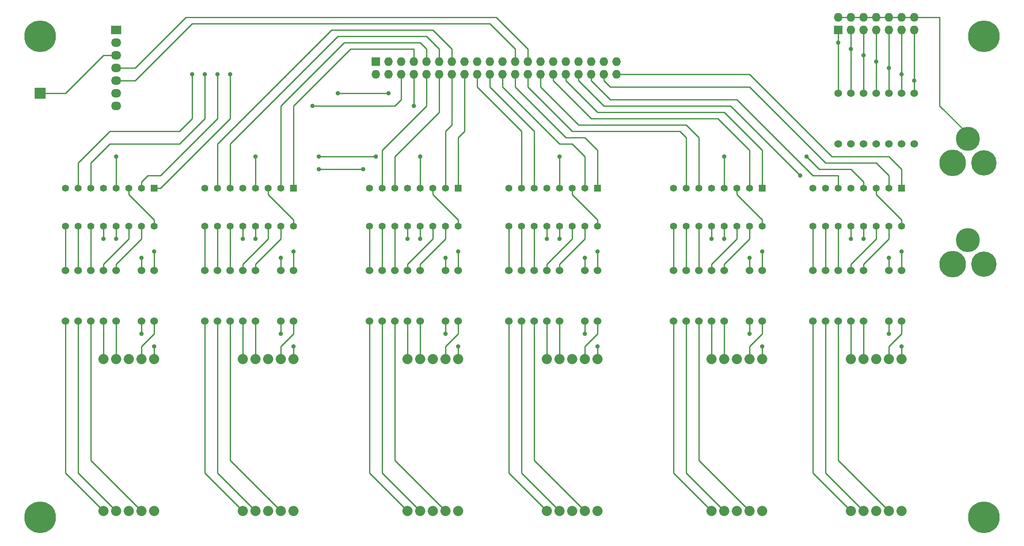
<source format=gbr>
G04 #@! TF.FileFunction,Copper,L1,Top,Signal*
%FSLAX46Y46*%
G04 Gerber Fmt 4.6, Leading zero omitted, Abs format (unit mm)*
G04 Created by KiCad (PCBNEW (2015-01-16 BZR 5376)-product) date 4/27/2015 10:46:34 PM*
%MOMM*%
G01*
G04 APERTURE LIST*
%ADD10C,0.100000*%
%ADD11R,1.727200X1.727200*%
%ADD12O,1.727200X1.727200*%
%ADD13R,2.235200X2.235200*%
%ADD14R,2.032000X1.727200*%
%ADD15O,2.032000X1.727200*%
%ADD16C,1.524000*%
%ADD17C,2.032000*%
%ADD18R,1.397000X1.397000*%
%ADD19C,1.397000*%
%ADD20C,5.080000*%
%ADD21C,5.334000*%
%ADD22C,4.826000*%
%ADD23C,6.350000*%
%ADD24C,0.889000*%
%ADD25C,0.254000*%
G04 APERTURE END LIST*
D10*
D11*
X120650000Y-29210000D03*
D12*
X120650000Y-31750000D03*
X123190000Y-29210000D03*
X123190000Y-31750000D03*
X125730000Y-29210000D03*
X125730000Y-31750000D03*
X128270000Y-29210000D03*
X128270000Y-31750000D03*
X130810000Y-29210000D03*
X130810000Y-31750000D03*
X133350000Y-29210000D03*
X133350000Y-31750000D03*
X135890000Y-29210000D03*
X135890000Y-31750000D03*
X138430000Y-29210000D03*
X138430000Y-31750000D03*
X140970000Y-29210000D03*
X140970000Y-31750000D03*
X143510000Y-29210000D03*
X143510000Y-31750000D03*
X146050000Y-29210000D03*
X146050000Y-31750000D03*
X148590000Y-29210000D03*
X148590000Y-31750000D03*
X151130000Y-29210000D03*
X151130000Y-31750000D03*
X153670000Y-29210000D03*
X153670000Y-31750000D03*
X156210000Y-29210000D03*
X156210000Y-31750000D03*
X158750000Y-29210000D03*
X158750000Y-31750000D03*
X161290000Y-29210000D03*
X161290000Y-31750000D03*
X163830000Y-29210000D03*
X163830000Y-31750000D03*
X166370000Y-29210000D03*
X166370000Y-31750000D03*
X168910000Y-29210000D03*
X168910000Y-31750000D03*
D11*
X213360000Y-22860000D03*
D12*
X213360000Y-20320000D03*
X215900000Y-22860000D03*
X215900000Y-20320000D03*
X218440000Y-22860000D03*
X218440000Y-20320000D03*
X220980000Y-22860000D03*
X220980000Y-20320000D03*
X223520000Y-22860000D03*
X223520000Y-20320000D03*
X226060000Y-22860000D03*
X226060000Y-20320000D03*
X228600000Y-22860000D03*
X228600000Y-20320000D03*
D13*
X53340000Y-35560000D03*
D14*
X68580000Y-22860000D03*
D15*
X68580000Y-25400000D03*
X68580000Y-27940000D03*
X68580000Y-30480000D03*
X68580000Y-33020000D03*
X68580000Y-35560000D03*
X68580000Y-38100000D03*
D16*
X63500000Y-81280000D03*
X63500000Y-71120000D03*
X68580000Y-81280000D03*
X68580000Y-71120000D03*
X60960000Y-81280000D03*
X60960000Y-71120000D03*
X66040000Y-81280000D03*
X66040000Y-71120000D03*
X58420000Y-81280000D03*
X58420000Y-71120000D03*
X76200000Y-81280000D03*
X76200000Y-71120000D03*
X73660000Y-81280000D03*
X73660000Y-71120000D03*
X228600000Y-45720000D03*
X228600000Y-35560000D03*
X226060000Y-45720000D03*
X226060000Y-35560000D03*
X223520000Y-45720000D03*
X223520000Y-35560000D03*
X220980000Y-45720000D03*
X220980000Y-35560000D03*
X218440000Y-45720000D03*
X218440000Y-35560000D03*
X215900000Y-45720000D03*
X215900000Y-35560000D03*
X213360000Y-45720000D03*
X213360000Y-35560000D03*
X91440000Y-81280000D03*
X91440000Y-71120000D03*
X96520000Y-81280000D03*
X96520000Y-71120000D03*
X88900000Y-81280000D03*
X88900000Y-71120000D03*
X93980000Y-81280000D03*
X93980000Y-71120000D03*
X86360000Y-81280000D03*
X86360000Y-71120000D03*
X104140000Y-81280000D03*
X104140000Y-71120000D03*
X101600000Y-81280000D03*
X101600000Y-71120000D03*
X124460000Y-81280000D03*
X124460000Y-71120000D03*
X129540000Y-81280000D03*
X129540000Y-71120000D03*
X121920000Y-81280000D03*
X121920000Y-71120000D03*
X127000000Y-81280000D03*
X127000000Y-71120000D03*
X119380000Y-81280000D03*
X119380000Y-71120000D03*
X137160000Y-81280000D03*
X137160000Y-71120000D03*
X134620000Y-81280000D03*
X134620000Y-71120000D03*
X152400000Y-81280000D03*
X152400000Y-71120000D03*
X157480000Y-81280000D03*
X157480000Y-71120000D03*
X149860000Y-81280000D03*
X149860000Y-71120000D03*
X154940000Y-81280000D03*
X154940000Y-71120000D03*
X147320000Y-81280000D03*
X147320000Y-71120000D03*
X165100000Y-81280000D03*
X165100000Y-71120000D03*
X162560000Y-81280000D03*
X162560000Y-71120000D03*
X185420000Y-81280000D03*
X185420000Y-71120000D03*
X190500000Y-81280000D03*
X190500000Y-71120000D03*
X182880000Y-81280000D03*
X182880000Y-71120000D03*
X187960000Y-81280000D03*
X187960000Y-71120000D03*
X180340000Y-81280000D03*
X180340000Y-71120000D03*
X198120000Y-81280000D03*
X198120000Y-71120000D03*
X195580000Y-81280000D03*
X195580000Y-71120000D03*
X213360000Y-81280000D03*
X213360000Y-71120000D03*
X218440000Y-81280000D03*
X218440000Y-71120000D03*
X210820000Y-81280000D03*
X210820000Y-71120000D03*
X215900000Y-81280000D03*
X215900000Y-71120000D03*
X208280000Y-81280000D03*
X208280000Y-71120000D03*
X226060000Y-81280000D03*
X226060000Y-71120000D03*
X223520000Y-81280000D03*
X223520000Y-71120000D03*
D17*
X66040000Y-119380000D03*
X68580000Y-119380000D03*
X71120000Y-119380000D03*
X73660000Y-119380000D03*
X76200000Y-119380000D03*
X76200000Y-88900000D03*
X73660000Y-88900000D03*
X71120000Y-88900000D03*
X68580000Y-88900000D03*
X66040000Y-88900000D03*
D18*
X76200000Y-54610000D03*
D19*
X73660000Y-54610000D03*
X71120000Y-54610000D03*
X68580000Y-54610000D03*
X66040000Y-54610000D03*
X63500000Y-54610000D03*
X60960000Y-54610000D03*
X58420000Y-54610000D03*
X58420000Y-62230000D03*
X60960000Y-62230000D03*
X63500000Y-62230000D03*
X66040000Y-62230000D03*
X68580000Y-62230000D03*
X71120000Y-62230000D03*
X73660000Y-62230000D03*
X76200000Y-62230000D03*
D17*
X93980000Y-119380000D03*
X96520000Y-119380000D03*
X99060000Y-119380000D03*
X101600000Y-119380000D03*
X104140000Y-119380000D03*
X104140000Y-88900000D03*
X101600000Y-88900000D03*
X99060000Y-88900000D03*
X96520000Y-88900000D03*
X93980000Y-88900000D03*
D18*
X104140000Y-54610000D03*
D19*
X101600000Y-54610000D03*
X99060000Y-54610000D03*
X96520000Y-54610000D03*
X93980000Y-54610000D03*
X91440000Y-54610000D03*
X88900000Y-54610000D03*
X86360000Y-54610000D03*
X86360000Y-62230000D03*
X88900000Y-62230000D03*
X91440000Y-62230000D03*
X93980000Y-62230000D03*
X96520000Y-62230000D03*
X99060000Y-62230000D03*
X101600000Y-62230000D03*
X104140000Y-62230000D03*
D17*
X127000000Y-119380000D03*
X129540000Y-119380000D03*
X132080000Y-119380000D03*
X134620000Y-119380000D03*
X137160000Y-119380000D03*
X137160000Y-88900000D03*
X134620000Y-88900000D03*
X132080000Y-88900000D03*
X129540000Y-88900000D03*
X127000000Y-88900000D03*
D18*
X137160000Y-54610000D03*
D19*
X134620000Y-54610000D03*
X132080000Y-54610000D03*
X129540000Y-54610000D03*
X127000000Y-54610000D03*
X124460000Y-54610000D03*
X121920000Y-54610000D03*
X119380000Y-54610000D03*
X119380000Y-62230000D03*
X121920000Y-62230000D03*
X124460000Y-62230000D03*
X127000000Y-62230000D03*
X129540000Y-62230000D03*
X132080000Y-62230000D03*
X134620000Y-62230000D03*
X137160000Y-62230000D03*
D17*
X154940000Y-119380000D03*
X157480000Y-119380000D03*
X160020000Y-119380000D03*
X162560000Y-119380000D03*
X165100000Y-119380000D03*
X165100000Y-88900000D03*
X162560000Y-88900000D03*
X160020000Y-88900000D03*
X157480000Y-88900000D03*
X154940000Y-88900000D03*
D18*
X165100000Y-54610000D03*
D19*
X162560000Y-54610000D03*
X160020000Y-54610000D03*
X157480000Y-54610000D03*
X154940000Y-54610000D03*
X152400000Y-54610000D03*
X149860000Y-54610000D03*
X147320000Y-54610000D03*
X147320000Y-62230000D03*
X149860000Y-62230000D03*
X152400000Y-62230000D03*
X154940000Y-62230000D03*
X157480000Y-62230000D03*
X160020000Y-62230000D03*
X162560000Y-62230000D03*
X165100000Y-62230000D03*
D17*
X187960000Y-119380000D03*
X190500000Y-119380000D03*
X193040000Y-119380000D03*
X195580000Y-119380000D03*
X198120000Y-119380000D03*
X198120000Y-88900000D03*
X195580000Y-88900000D03*
X193040000Y-88900000D03*
X190500000Y-88900000D03*
X187960000Y-88900000D03*
D18*
X198120000Y-54610000D03*
D19*
X195580000Y-54610000D03*
X193040000Y-54610000D03*
X190500000Y-54610000D03*
X187960000Y-54610000D03*
X185420000Y-54610000D03*
X182880000Y-54610000D03*
X180340000Y-54610000D03*
X180340000Y-62230000D03*
X182880000Y-62230000D03*
X185420000Y-62230000D03*
X187960000Y-62230000D03*
X190500000Y-62230000D03*
X193040000Y-62230000D03*
X195580000Y-62230000D03*
X198120000Y-62230000D03*
D17*
X215900000Y-119380000D03*
X218440000Y-119380000D03*
X220980000Y-119380000D03*
X223520000Y-119380000D03*
X226060000Y-119380000D03*
X226060000Y-88900000D03*
X223520000Y-88900000D03*
X220980000Y-88900000D03*
X218440000Y-88900000D03*
X215900000Y-88900000D03*
D18*
X226060000Y-54610000D03*
D19*
X223520000Y-54610000D03*
X220980000Y-54610000D03*
X218440000Y-54610000D03*
X215900000Y-54610000D03*
X213360000Y-54610000D03*
X210820000Y-54610000D03*
X208280000Y-54610000D03*
X208280000Y-62230000D03*
X210820000Y-62230000D03*
X213360000Y-62230000D03*
X215900000Y-62230000D03*
X218440000Y-62230000D03*
X220980000Y-62230000D03*
X223520000Y-62230000D03*
X226060000Y-62230000D03*
D20*
X242570000Y-49530000D03*
D21*
X236321600Y-49530000D03*
D22*
X239318800Y-44729400D03*
D20*
X242570000Y-69850000D03*
D21*
X236321600Y-69850000D03*
D22*
X239318800Y-65049400D03*
D23*
X242570000Y-120650000D03*
X53340000Y-120650000D03*
X53340000Y-24130000D03*
X242570000Y-24130000D03*
D24*
X109220000Y-50800000D03*
X118110000Y-50800000D03*
X123190000Y-35560000D03*
X113030000Y-35560000D03*
X83820000Y-31750000D03*
X91440000Y-31750000D03*
X88900000Y-31750000D03*
X86360000Y-31750000D03*
X205740000Y-52070000D03*
X109220000Y-48260000D03*
X120650000Y-48260000D03*
X128270000Y-38100000D03*
X207010000Y-48260000D03*
X129540000Y-48260000D03*
X157480000Y-48260000D03*
X190500000Y-48260000D03*
X68580000Y-48260000D03*
X96520000Y-48260000D03*
X213360000Y-25400000D03*
X215900000Y-26670000D03*
X218440000Y-27940000D03*
X220980000Y-29210000D03*
X223520000Y-30480000D03*
X226060000Y-31750000D03*
X228600000Y-33020000D03*
X107950000Y-38100000D03*
X76200000Y-67310000D03*
X68580000Y-64770000D03*
X76200000Y-86360000D03*
X73660000Y-83820000D03*
X73660000Y-68580000D03*
X66040000Y-64770000D03*
X104140000Y-67310000D03*
X96520000Y-64770000D03*
X104140000Y-86360000D03*
X101600000Y-83820000D03*
X101600000Y-68580000D03*
X93980000Y-64770000D03*
X137160000Y-67310000D03*
X129540000Y-64770000D03*
X137160000Y-86360000D03*
X134620000Y-83820000D03*
X134620000Y-68580000D03*
X127000000Y-64770000D03*
X165100000Y-67310000D03*
X157480000Y-64770000D03*
X165100000Y-86360000D03*
X162560000Y-83820000D03*
X162560000Y-68580000D03*
X154940000Y-64770000D03*
X198120000Y-67310000D03*
X190500000Y-64770000D03*
X198120000Y-86360000D03*
X195580000Y-83820000D03*
X195580000Y-68580000D03*
X187960000Y-64770000D03*
X226060000Y-67310000D03*
X218440000Y-64770000D03*
X226060000Y-86360000D03*
X223520000Y-83820000D03*
X223520000Y-68580000D03*
X215900000Y-64770000D03*
D25*
X226060000Y-20320000D02*
X228600000Y-20320000D01*
X223520000Y-20320000D02*
X226060000Y-20320000D01*
X220980000Y-20320000D02*
X223520000Y-20320000D01*
X218440000Y-20320000D02*
X220980000Y-20320000D01*
X215900000Y-20320000D02*
X218440000Y-20320000D01*
X213360000Y-20320000D02*
X215900000Y-20320000D01*
X213360000Y-20320000D02*
X228600000Y-20320000D01*
X228600000Y-20320000D02*
X233680000Y-20320000D01*
X233680000Y-38100000D02*
X239318800Y-43738800D01*
X233680000Y-35560000D02*
X233680000Y-38100000D01*
X233680000Y-20320000D02*
X233680000Y-35560000D01*
X239318800Y-43738800D02*
X239318800Y-44729400D01*
X237769400Y-44729400D02*
X239318800Y-44729400D01*
X118110000Y-50800000D02*
X109220000Y-50800000D01*
X220980000Y-54610000D02*
X220980000Y-55880000D01*
X226060000Y-60960000D02*
X226060000Y-62230000D01*
X220980000Y-55880000D02*
X226060000Y-60960000D01*
X193040000Y-54610000D02*
X193040000Y-55880000D01*
X198120000Y-60960000D02*
X198120000Y-62230000D01*
X193040000Y-55880000D02*
X198120000Y-60960000D01*
X160020000Y-54610000D02*
X160020000Y-55880000D01*
X165100000Y-60960000D02*
X165100000Y-62230000D01*
X160020000Y-55880000D02*
X165100000Y-60960000D01*
X132080000Y-54610000D02*
X132080000Y-55880000D01*
X137160000Y-60960000D02*
X137160000Y-62230000D01*
X132080000Y-55880000D02*
X137160000Y-60960000D01*
X104140000Y-62230000D02*
X104140000Y-60960000D01*
X99060000Y-55880000D02*
X99060000Y-54610000D01*
X104140000Y-60960000D02*
X99060000Y-55880000D01*
X76200000Y-62230000D02*
X76200000Y-60960000D01*
X71120000Y-55880000D02*
X71120000Y-54610000D01*
X76200000Y-60960000D02*
X71120000Y-55880000D01*
X118110000Y-35560000D02*
X123190000Y-35560000D01*
X113030000Y-35560000D02*
X113030000Y-35560000D01*
X113030000Y-35560000D02*
X118110000Y-35560000D01*
X181610000Y-43180000D02*
X182880000Y-44450000D01*
X151130000Y-34290000D02*
X160020000Y-43180000D01*
X160020000Y-43180000D02*
X172720000Y-43180000D01*
X172720000Y-43180000D02*
X181610000Y-43180000D01*
X151130000Y-31750000D02*
X151130000Y-34290000D01*
X182880000Y-44450000D02*
X182880000Y-54610000D01*
X60960000Y-49530000D02*
X60960000Y-54610000D01*
X67310000Y-43180000D02*
X60960000Y-49530000D01*
X81280000Y-43180000D02*
X67310000Y-43180000D01*
X83820000Y-31750000D02*
X83820000Y-40640000D01*
X83820000Y-40640000D02*
X81280000Y-43180000D01*
X158750000Y-31750000D02*
X158750000Y-33020000D01*
X198120000Y-46990000D02*
X198120000Y-54610000D01*
X190500000Y-39370000D02*
X198120000Y-46990000D01*
X165100000Y-39370000D02*
X190500000Y-39370000D01*
X158750000Y-33020000D02*
X165100000Y-39370000D01*
X77470000Y-54610000D02*
X76200000Y-54610000D01*
X91440000Y-31750000D02*
X91440000Y-40640000D01*
X91440000Y-40640000D02*
X77470000Y-54610000D01*
X195580000Y-54610000D02*
X195580000Y-46990000D01*
X156210000Y-33020000D02*
X156210000Y-31750000D01*
X163830000Y-40640000D02*
X156210000Y-33020000D01*
X189230000Y-40640000D02*
X163830000Y-40640000D01*
X195580000Y-46990000D02*
X189230000Y-40640000D01*
X73660000Y-53340000D02*
X73660000Y-54610000D01*
X74930000Y-52070000D02*
X73660000Y-53340000D01*
X77470000Y-52070000D02*
X74930000Y-52070000D01*
X88900000Y-31750000D02*
X88900000Y-40640000D01*
X88900000Y-40640000D02*
X77470000Y-52070000D01*
X185420000Y-54610000D02*
X185420000Y-44450000D01*
X153670000Y-34290000D02*
X161290000Y-41910000D01*
X161290000Y-41910000D02*
X182880000Y-41910000D01*
X182880000Y-41910000D02*
X185420000Y-44450000D01*
X153670000Y-34290000D02*
X153670000Y-31750000D01*
X63500000Y-49530000D02*
X63500000Y-54610000D01*
X67310000Y-45720000D02*
X63500000Y-49530000D01*
X81280000Y-45720000D02*
X67310000Y-45720000D01*
X86360000Y-31750000D02*
X86360000Y-40640000D01*
X86360000Y-40640000D02*
X81280000Y-45720000D01*
X161290000Y-33020000D02*
X161290000Y-31750000D01*
X166370000Y-38100000D02*
X161290000Y-33020000D01*
X191770000Y-38100000D02*
X166370000Y-38100000D01*
X205740000Y-52070000D02*
X191770000Y-38100000D01*
X88900000Y-54610000D02*
X88900000Y-45720000D01*
X135890000Y-26670000D02*
X135890000Y-29210000D01*
X132080000Y-22860000D02*
X135890000Y-26670000D01*
X111760000Y-22860000D02*
X132080000Y-22860000D01*
X88900000Y-45720000D02*
X111760000Y-22860000D01*
X195580000Y-31750000D02*
X168910000Y-31750000D01*
X212090000Y-48260000D02*
X195580000Y-31750000D01*
X223520000Y-48260000D02*
X212090000Y-48260000D01*
X226060000Y-54610000D02*
X226060000Y-50800000D01*
X226060000Y-50800000D02*
X223520000Y-48260000D01*
X104140000Y-54610000D02*
X104140000Y-38100000D01*
X128270000Y-26670000D02*
X128270000Y-29210000D01*
X115570000Y-26670000D02*
X128270000Y-26670000D01*
X104140000Y-38100000D02*
X115570000Y-26670000D01*
X195580000Y-34290000D02*
X167640000Y-34290000D01*
X220980000Y-49530000D02*
X210820000Y-49530000D01*
X210820000Y-49530000D02*
X195580000Y-34290000D01*
X167640000Y-34290000D02*
X166370000Y-33020000D01*
X166370000Y-31750000D02*
X166370000Y-33020000D01*
X220980000Y-49530000D02*
X223520000Y-52070000D01*
X223520000Y-52070000D02*
X223520000Y-54610000D01*
X130810000Y-29210000D02*
X130810000Y-26670000D01*
X101600000Y-38100000D02*
X101600000Y-54610000D01*
X114300000Y-25400000D02*
X101600000Y-38100000D01*
X130810000Y-26670000D02*
X129540000Y-25400000D01*
X129540000Y-25400000D02*
X114300000Y-25400000D01*
X213360000Y-54610000D02*
X213360000Y-52070000D01*
X163830000Y-33020000D02*
X163830000Y-31750000D01*
X167640000Y-36830000D02*
X163830000Y-33020000D01*
X193040000Y-36830000D02*
X167640000Y-36830000D01*
X208280000Y-52070000D02*
X193040000Y-36830000D01*
X213360000Y-52070000D02*
X208280000Y-52070000D01*
X133350000Y-29210000D02*
X133350000Y-26670000D01*
X91440000Y-45720000D02*
X91440000Y-54610000D01*
X113030000Y-24130000D02*
X91440000Y-45720000D01*
X130810000Y-24130000D02*
X113030000Y-24130000D01*
X133350000Y-26670000D02*
X130810000Y-24130000D01*
X109220000Y-48260000D02*
X120650000Y-48260000D01*
X128270000Y-31750000D02*
X128270000Y-38100000D01*
X215900000Y-50800000D02*
X209550000Y-50800000D01*
X209550000Y-50800000D02*
X207010000Y-48260000D01*
X215900000Y-50800000D02*
X218440000Y-53340000D01*
X218440000Y-53340000D02*
X218440000Y-54610000D01*
X129540000Y-48260000D02*
X129540000Y-54610000D01*
X190500000Y-54610000D02*
X190500000Y-48260000D01*
X157480000Y-48260000D02*
X157480000Y-54610000D01*
X68580000Y-48260000D02*
X68580000Y-54610000D01*
X96520000Y-48260000D02*
X96520000Y-54610000D01*
X130810000Y-31750000D02*
X130810000Y-38100000D01*
X121920000Y-46990000D02*
X121920000Y-54610000D01*
X127000000Y-41910000D02*
X121920000Y-46990000D01*
X130810000Y-38100000D02*
X127000000Y-41910000D01*
X213360000Y-22860000D02*
X213360000Y-25400000D01*
X213360000Y-25400000D02*
X213360000Y-35560000D01*
X138430000Y-31750000D02*
X138430000Y-43180000D01*
X137160000Y-44450000D02*
X137160000Y-54610000D01*
X138430000Y-43180000D02*
X137160000Y-44450000D01*
X215900000Y-22860000D02*
X215900000Y-26670000D01*
X215900000Y-26670000D02*
X215900000Y-35560000D01*
X135890000Y-31750000D02*
X135890000Y-41910000D01*
X134620000Y-43180000D02*
X134620000Y-54610000D01*
X135890000Y-41910000D02*
X134620000Y-43180000D01*
X218440000Y-22860000D02*
X218440000Y-27940000D01*
X218440000Y-27940000D02*
X218440000Y-35560000D01*
X133350000Y-31750000D02*
X133350000Y-39370000D01*
X124460000Y-48260000D02*
X124460000Y-54610000D01*
X129540000Y-43180000D02*
X124460000Y-48260000D01*
X133350000Y-39370000D02*
X129540000Y-43180000D01*
X220980000Y-22860000D02*
X220980000Y-29210000D01*
X220980000Y-29210000D02*
X220980000Y-35560000D01*
X140970000Y-31750000D02*
X140970000Y-34290000D01*
X149860000Y-43180000D02*
X149860000Y-54610000D01*
X140970000Y-34290000D02*
X149860000Y-43180000D01*
X223520000Y-22860000D02*
X223520000Y-30480000D01*
X223520000Y-30480000D02*
X223520000Y-35560000D01*
X148590000Y-31750000D02*
X148590000Y-34290000D01*
X165100000Y-46990000D02*
X165100000Y-54610000D01*
X158750000Y-44450000D02*
X162560000Y-44450000D01*
X162560000Y-44450000D02*
X165100000Y-46990000D01*
X148590000Y-34290000D02*
X158750000Y-44450000D01*
X226060000Y-22860000D02*
X226060000Y-31750000D01*
X226060000Y-31750000D02*
X226060000Y-35560000D01*
X146050000Y-31750000D02*
X146050000Y-34290000D01*
X162560000Y-48260000D02*
X162560000Y-54610000D01*
X157480000Y-45720000D02*
X160020000Y-45720000D01*
X160020000Y-45720000D02*
X162560000Y-48260000D01*
X146050000Y-34290000D02*
X157480000Y-45720000D01*
X228600000Y-33020000D02*
X228600000Y-35560000D01*
X228600000Y-22860000D02*
X228600000Y-33020000D01*
X143510000Y-31750000D02*
X143510000Y-34290000D01*
X152400000Y-43180000D02*
X152400000Y-54610000D01*
X143510000Y-34290000D02*
X152400000Y-43180000D01*
X151130000Y-29210000D02*
X151130000Y-26670000D01*
X72390000Y-30480000D02*
X68580000Y-30480000D01*
X82550000Y-20320000D02*
X72390000Y-30480000D01*
X144780000Y-20320000D02*
X82550000Y-20320000D01*
X151130000Y-26670000D02*
X144780000Y-20320000D01*
X148590000Y-29210000D02*
X148590000Y-26670000D01*
X72390000Y-33020000D02*
X68580000Y-33020000D01*
X83820000Y-21590000D02*
X72390000Y-33020000D01*
X143510000Y-21590000D02*
X83820000Y-21590000D01*
X148590000Y-26670000D02*
X143510000Y-21590000D01*
X125730000Y-31750000D02*
X125730000Y-36830000D01*
X124460000Y-38100000D02*
X107950000Y-38100000D01*
X125730000Y-36830000D02*
X124460000Y-38100000D01*
X68580000Y-27940000D02*
X66040000Y-27940000D01*
X58420000Y-35560000D02*
X53340000Y-35560000D01*
X66040000Y-27940000D02*
X58420000Y-35560000D01*
X63500000Y-81280000D02*
X63500000Y-109220000D01*
X63500000Y-109220000D02*
X73660000Y-119380000D01*
X63500000Y-62230000D02*
X63500000Y-71120000D01*
X68580000Y-81280000D02*
X68580000Y-88900000D01*
X73660000Y-62230000D02*
X73660000Y-64770000D01*
X68580000Y-69850000D02*
X68580000Y-71120000D01*
X69850000Y-68580000D02*
X68580000Y-69850000D01*
X73660000Y-64770000D02*
X69850000Y-68580000D01*
X60960000Y-81280000D02*
X60960000Y-111760000D01*
X60960000Y-111760000D02*
X68580000Y-119380000D01*
X60960000Y-62230000D02*
X60960000Y-71120000D01*
X66040000Y-81280000D02*
X66040000Y-88900000D01*
X71120000Y-62230000D02*
X71120000Y-64770000D01*
X66040000Y-69850000D02*
X66040000Y-71120000D01*
X68580000Y-67310000D02*
X66040000Y-69850000D01*
X71120000Y-64770000D02*
X68580000Y-67310000D01*
X58420000Y-111760000D02*
X66040000Y-119380000D01*
X58420000Y-81280000D02*
X58420000Y-111760000D01*
X58420000Y-71120000D02*
X58420000Y-62230000D01*
X76200000Y-81280000D02*
X76200000Y-83820000D01*
X73660000Y-86360000D02*
X73660000Y-88900000D01*
X76200000Y-83820000D02*
X73660000Y-86360000D01*
X68580000Y-62230000D02*
X68580000Y-64770000D01*
X76200000Y-67310000D02*
X76200000Y-71120000D01*
X73660000Y-81280000D02*
X73660000Y-83820000D01*
X76200000Y-86360000D02*
X76200000Y-88900000D01*
X66040000Y-62230000D02*
X66040000Y-64770000D01*
X73660000Y-68580000D02*
X73660000Y-71120000D01*
X91440000Y-81280000D02*
X91440000Y-109220000D01*
X91440000Y-109220000D02*
X101600000Y-119380000D01*
X91440000Y-62230000D02*
X91440000Y-71120000D01*
X96520000Y-81280000D02*
X96520000Y-88900000D01*
X101600000Y-62230000D02*
X101600000Y-64770000D01*
X96520000Y-69850000D02*
X96520000Y-71120000D01*
X101600000Y-64770000D02*
X96520000Y-69850000D01*
X88900000Y-81280000D02*
X88900000Y-111760000D01*
X88900000Y-111760000D02*
X96520000Y-119380000D01*
X88900000Y-62230000D02*
X88900000Y-71120000D01*
X93980000Y-81280000D02*
X93980000Y-88900000D01*
X99060000Y-62230000D02*
X99060000Y-64770000D01*
X93980000Y-69850000D02*
X93980000Y-71120000D01*
X99060000Y-64770000D02*
X93980000Y-69850000D01*
X86360000Y-81280000D02*
X86360000Y-111760000D01*
X86360000Y-111760000D02*
X93980000Y-119380000D01*
X86360000Y-62230000D02*
X86360000Y-71120000D01*
X104140000Y-81280000D02*
X104140000Y-83820000D01*
X101600000Y-86360000D02*
X101600000Y-88900000D01*
X104140000Y-83820000D02*
X101600000Y-86360000D01*
X96520000Y-62230000D02*
X96520000Y-64770000D01*
X104140000Y-67310000D02*
X104140000Y-71120000D01*
X101600000Y-81280000D02*
X101600000Y-83820000D01*
X104140000Y-86360000D02*
X104140000Y-88900000D01*
X93980000Y-62230000D02*
X93980000Y-64770000D01*
X101600000Y-68580000D02*
X101600000Y-71120000D01*
X124460000Y-81280000D02*
X124460000Y-109220000D01*
X124460000Y-109220000D02*
X134620000Y-119380000D01*
X124460000Y-62230000D02*
X124460000Y-71120000D01*
X129540000Y-81280000D02*
X129540000Y-88900000D01*
X134620000Y-62230000D02*
X134620000Y-64770000D01*
X129540000Y-69850000D02*
X129540000Y-71120000D01*
X134620000Y-64770000D02*
X129540000Y-69850000D01*
X121920000Y-81280000D02*
X121920000Y-111760000D01*
X121920000Y-111760000D02*
X129540000Y-119380000D01*
X121920000Y-62230000D02*
X121920000Y-71120000D01*
X127000000Y-81280000D02*
X127000000Y-88900000D01*
X132080000Y-62230000D02*
X132080000Y-64770000D01*
X127000000Y-69850000D02*
X127000000Y-71120000D01*
X132080000Y-64770000D02*
X127000000Y-69850000D01*
X119380000Y-81280000D02*
X119380000Y-111760000D01*
X119380000Y-111760000D02*
X127000000Y-119380000D01*
X119380000Y-62230000D02*
X119380000Y-71120000D01*
X137160000Y-81280000D02*
X137160000Y-83820000D01*
X134620000Y-86360000D02*
X134620000Y-88900000D01*
X137160000Y-83820000D02*
X134620000Y-86360000D01*
X129540000Y-62230000D02*
X129540000Y-64770000D01*
X137160000Y-67310000D02*
X137160000Y-71120000D01*
X134620000Y-81280000D02*
X134620000Y-83820000D01*
X137160000Y-86360000D02*
X137160000Y-88900000D01*
X127000000Y-62230000D02*
X127000000Y-64770000D01*
X134620000Y-68580000D02*
X134620000Y-71120000D01*
X152400000Y-81280000D02*
X152400000Y-109220000D01*
X152400000Y-109220000D02*
X162560000Y-119380000D01*
X152400000Y-62230000D02*
X152400000Y-71120000D01*
X157480000Y-81280000D02*
X157480000Y-88900000D01*
X162560000Y-62230000D02*
X162560000Y-64770000D01*
X157480000Y-69850000D02*
X157480000Y-71120000D01*
X162560000Y-64770000D02*
X157480000Y-69850000D01*
X149860000Y-81280000D02*
X149860000Y-111760000D01*
X149860000Y-111760000D02*
X157480000Y-119380000D01*
X149860000Y-62230000D02*
X149860000Y-71120000D01*
X154940000Y-81280000D02*
X154940000Y-88900000D01*
X160020000Y-62230000D02*
X160020000Y-64770000D01*
X154940000Y-69850000D02*
X154940000Y-71120000D01*
X160020000Y-64770000D02*
X154940000Y-69850000D01*
X147320000Y-81280000D02*
X147320000Y-111760000D01*
X147320000Y-111760000D02*
X154940000Y-119380000D01*
X147320000Y-62230000D02*
X147320000Y-71120000D01*
X165100000Y-81280000D02*
X165100000Y-83820000D01*
X162560000Y-86360000D02*
X162560000Y-88900000D01*
X165100000Y-83820000D02*
X162560000Y-86360000D01*
X157480000Y-62230000D02*
X157480000Y-64770000D01*
X165100000Y-67310000D02*
X165100000Y-71120000D01*
X162560000Y-81280000D02*
X162560000Y-83820000D01*
X165100000Y-86360000D02*
X165100000Y-88900000D01*
X154940000Y-62230000D02*
X154940000Y-64770000D01*
X162560000Y-68580000D02*
X162560000Y-71120000D01*
X185420000Y-81280000D02*
X185420000Y-109220000D01*
X185420000Y-109220000D02*
X195580000Y-119380000D01*
X185420000Y-62230000D02*
X185420000Y-71120000D01*
X190500000Y-81280000D02*
X190500000Y-88900000D01*
X195580000Y-62230000D02*
X195580000Y-64770000D01*
X190500000Y-69850000D02*
X190500000Y-71120000D01*
X195580000Y-64770000D02*
X190500000Y-69850000D01*
X182880000Y-81280000D02*
X182880000Y-111760000D01*
X182880000Y-111760000D02*
X190500000Y-119380000D01*
X182880000Y-62230000D02*
X182880000Y-71120000D01*
X187960000Y-81280000D02*
X187960000Y-88900000D01*
X193040000Y-62230000D02*
X193040000Y-64770000D01*
X187960000Y-69850000D02*
X187960000Y-71120000D01*
X193040000Y-64770000D02*
X187960000Y-69850000D01*
X180340000Y-81280000D02*
X180340000Y-111760000D01*
X180340000Y-111760000D02*
X187960000Y-119380000D01*
X180340000Y-62230000D02*
X180340000Y-71120000D01*
X198120000Y-81280000D02*
X198120000Y-83820000D01*
X195580000Y-86360000D02*
X195580000Y-88900000D01*
X198120000Y-83820000D02*
X195580000Y-86360000D01*
X190500000Y-62230000D02*
X190500000Y-64770000D01*
X198120000Y-67310000D02*
X198120000Y-71120000D01*
X195580000Y-81280000D02*
X195580000Y-83820000D01*
X198120000Y-86360000D02*
X198120000Y-88900000D01*
X187960000Y-62230000D02*
X187960000Y-64770000D01*
X195580000Y-68580000D02*
X195580000Y-71120000D01*
X213360000Y-81280000D02*
X213360000Y-109220000D01*
X213360000Y-109220000D02*
X223520000Y-119380000D01*
X213360000Y-62230000D02*
X213360000Y-71120000D01*
X218440000Y-81280000D02*
X218440000Y-88900000D01*
X223520000Y-62230000D02*
X223520000Y-64770000D01*
X218440000Y-69850000D02*
X218440000Y-71120000D01*
X223520000Y-64770000D02*
X218440000Y-69850000D01*
X210820000Y-81280000D02*
X210820000Y-111760000D01*
X210820000Y-111760000D02*
X218440000Y-119380000D01*
X210820000Y-62230000D02*
X210820000Y-71120000D01*
X215900000Y-81280000D02*
X215900000Y-88900000D01*
X220980000Y-62230000D02*
X220980000Y-64770000D01*
X215900000Y-69850000D02*
X215900000Y-71120000D01*
X220980000Y-64770000D02*
X215900000Y-69850000D01*
X208280000Y-81280000D02*
X208280000Y-111760000D01*
X208280000Y-111760000D02*
X215900000Y-119380000D01*
X208280000Y-62230000D02*
X208280000Y-71120000D01*
X226060000Y-81280000D02*
X226060000Y-83820000D01*
X223520000Y-86360000D02*
X223520000Y-88900000D01*
X226060000Y-83820000D02*
X223520000Y-86360000D01*
X218440000Y-62230000D02*
X218440000Y-64770000D01*
X226060000Y-67310000D02*
X226060000Y-71120000D01*
X223520000Y-81280000D02*
X223520000Y-83820000D01*
X226060000Y-86360000D02*
X226060000Y-88900000D01*
X215900000Y-62230000D02*
X215900000Y-64770000D01*
X223520000Y-68580000D02*
X223520000Y-71120000D01*
M02*

</source>
